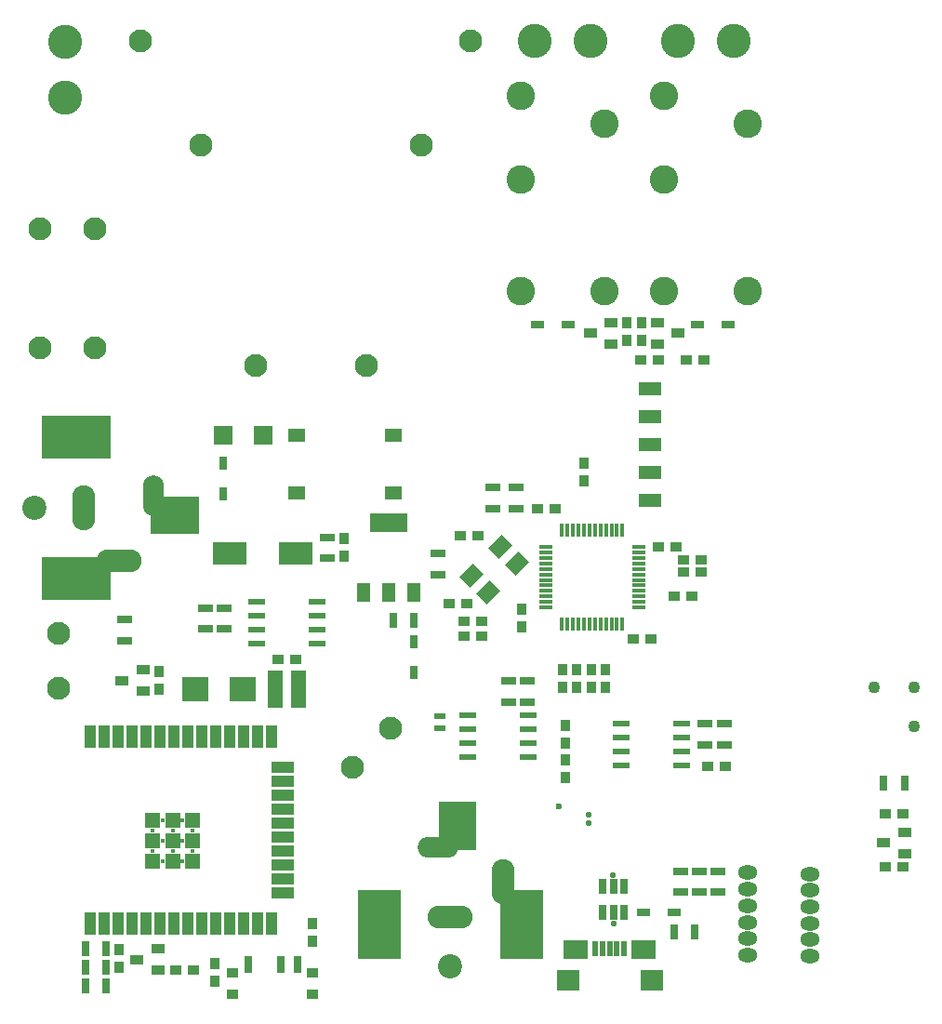
<source format=gts>
G04*
G04 #@! TF.GenerationSoftware,Altium Limited,Altium Designer,22.2.1 (43)*
G04*
G04 Layer_Color=8388736*
%FSLAX25Y25*%
%MOIN*%
G70*
G04*
G04 #@! TF.SameCoordinates,A0DC7013-DE40-4D07-A028-2F209A2C4820*
G04*
G04*
G04 #@! TF.FilePolarity,Negative*
G04*
G01*
G75*
%ADD21R,0.03150X0.05512*%
%ADD22R,0.04194X0.03494*%
%ADD23R,0.04724X0.03543*%
%ADD24R,0.03494X0.04194*%
%ADD25R,0.03150X0.06299*%
%ADD26R,0.04331X0.03543*%
%ADD27R,0.05630X0.05630*%
%ADD28R,0.03937X0.08268*%
%ADD29R,0.08268X0.03937*%
%ADD30R,0.17717X0.13386*%
%ADD31R,0.24803X0.15748*%
%ADD32R,0.05512X0.03150*%
%ADD33R,0.09252X0.08740*%
%ADD34R,0.06299X0.02362*%
%ADD35R,0.05512X0.13780*%
%ADD36R,0.13386X0.17717*%
%ADD37R,0.15748X0.24803*%
%ADD38R,0.07874X0.07480*%
%ADD39R,0.08661X0.06693*%
%ADD40R,0.01968X0.05709*%
%ADD41R,0.08268X0.04724*%
%ADD42R,0.04528X0.02559*%
%ADD43R,0.02559X0.04528*%
%ADD44R,0.06693X0.06693*%
%ADD45R,0.12205X0.08268*%
%ADD46R,0.05118X0.06693*%
%ADD47R,0.13386X0.06693*%
%ADD48R,0.02756X0.05748*%
G04:AMPARAMS|DCode=49|XSize=66.93mil|YSize=53.15mil|CornerRadius=0mil|HoleSize=0mil|Usage=FLASHONLY|Rotation=225.000|XOffset=0mil|YOffset=0mil|HoleType=Round|Shape=Rectangle|*
%AMROTATEDRECTD49*
4,1,4,0.00487,0.04245,0.04245,0.00487,-0.00487,-0.04245,-0.04245,-0.00487,0.00487,0.04245,0.0*
%
%ADD49ROTATEDRECTD49*%

%ADD50R,0.06496X0.05118*%
%ADD51R,0.01575X0.05118*%
%ADD52R,0.05118X0.01575*%
%ADD53R,0.04331X0.02362*%
%ADD54C,0.08268*%
%ADD55O,0.07087X0.05118*%
%ADD56C,0.04331*%
%ADD57C,0.00394*%
%ADD58C,0.01575*%
%ADD59C,0.08661*%
%ADD60O,0.08268X0.16142*%
%ADD61O,0.16142X0.08268*%
%ADD62O,0.07480X0.14567*%
%ADD63O,0.14567X0.07480*%
%ADD64C,0.10236*%
%ADD65C,0.12205*%
%ADD66C,0.02165*%
%ADD67C,0.02362*%
D21*
X317126Y79134D02*
D03*
X324606D02*
D03*
X30906Y6299D02*
D03*
X38386D02*
D03*
X30906Y12992D02*
D03*
X38386D02*
D03*
X30906Y19685D02*
D03*
X38386D02*
D03*
X141339Y137402D02*
D03*
X148819D02*
D03*
X249409Y25787D02*
D03*
X241929D02*
D03*
D22*
X317716Y67913D02*
D03*
X324016D02*
D03*
X317716Y48819D02*
D03*
X324016D02*
D03*
X69489Y12008D02*
D03*
X63189D02*
D03*
X100000Y123228D02*
D03*
X106300D02*
D03*
X252756Y230709D02*
D03*
X246456D02*
D03*
X236437D02*
D03*
X230137D02*
D03*
X253937Y85039D02*
D03*
X260237D02*
D03*
X236220Y163779D02*
D03*
X242520D02*
D03*
X245275Y158893D02*
D03*
X251575D02*
D03*
X245275Y154493D02*
D03*
X251575D02*
D03*
X242126Y145866D02*
D03*
X248426D02*
D03*
X227315Y130516D02*
D03*
X233615D02*
D03*
X166535Y131764D02*
D03*
X172835D02*
D03*
X166534Y137008D02*
D03*
X172834D02*
D03*
X161416Y143307D02*
D03*
X167717D02*
D03*
X165354Y167717D02*
D03*
X171653D02*
D03*
X199430Y177457D02*
D03*
X193130D02*
D03*
D23*
X324587Y53740D02*
D03*
Y61221D02*
D03*
X317146Y57480D02*
D03*
X56870Y12008D02*
D03*
Y19488D02*
D03*
X49429Y15748D02*
D03*
X44094Y115748D02*
D03*
X51535Y119488D02*
D03*
Y112008D02*
D03*
X236043Y243898D02*
D03*
Y236417D02*
D03*
X243484Y240158D02*
D03*
X219291Y236417D02*
D03*
Y243898D02*
D03*
X211850Y240158D02*
D03*
D24*
X112205Y22441D02*
D03*
Y28741D02*
D03*
X77165Y14174D02*
D03*
Y7874D02*
D03*
X42913Y19292D02*
D03*
Y12992D02*
D03*
X57480Y118898D02*
D03*
Y112598D02*
D03*
X230315Y237598D02*
D03*
Y243898D02*
D03*
X225020D02*
D03*
Y237598D02*
D03*
X123622Y160236D02*
D03*
Y166536D02*
D03*
X203150Y87402D02*
D03*
Y81102D02*
D03*
Y93307D02*
D03*
Y99607D02*
D03*
X217323Y119685D02*
D03*
Y113385D02*
D03*
X212205D02*
D03*
Y119685D02*
D03*
X207087Y113385D02*
D03*
Y119685D02*
D03*
X201969Y113385D02*
D03*
Y119685D02*
D03*
X187402Y141142D02*
D03*
Y134842D02*
D03*
X209646Y193505D02*
D03*
Y187205D02*
D03*
D25*
X89173Y13976D02*
D03*
X100984D02*
D03*
X106890D02*
D03*
D26*
X112402Y11024D02*
D03*
X83661D02*
D03*
X112402Y3150D02*
D03*
X83661D02*
D03*
D27*
X69429Y65492D02*
D03*
Y58268D02*
D03*
Y51043D02*
D03*
X62205Y65492D02*
D03*
Y58268D02*
D03*
Y51043D02*
D03*
X54980Y65492D02*
D03*
Y58268D02*
D03*
Y51043D02*
D03*
D28*
X32677Y95669D02*
D03*
X37677D02*
D03*
X42677D02*
D03*
X47677D02*
D03*
X52677D02*
D03*
X57677D02*
D03*
X62677D02*
D03*
X67677D02*
D03*
X72677D02*
D03*
X77677D02*
D03*
X82677D02*
D03*
X87677D02*
D03*
X92677D02*
D03*
X97677D02*
D03*
Y28740D02*
D03*
X92677D02*
D03*
X87677D02*
D03*
X82677D02*
D03*
X77677D02*
D03*
X72677D02*
D03*
X67677D02*
D03*
X62677D02*
D03*
X57677D02*
D03*
X52677D02*
D03*
X47677D02*
D03*
X42677D02*
D03*
X37677D02*
D03*
X32677D02*
D03*
D29*
X101614Y84705D02*
D03*
Y79705D02*
D03*
Y74705D02*
D03*
Y69705D02*
D03*
Y64705D02*
D03*
Y59705D02*
D03*
Y54705D02*
D03*
Y49705D02*
D03*
Y44705D02*
D03*
Y39705D02*
D03*
D30*
X62894Y175000D02*
D03*
D31*
X27657Y152165D02*
D03*
Y202953D02*
D03*
D32*
X44882Y137598D02*
D03*
Y130118D02*
D03*
X80709Y141732D02*
D03*
Y134252D02*
D03*
X74016Y141732D02*
D03*
Y134252D02*
D03*
X117717Y167126D02*
D03*
Y159646D02*
D03*
X189370Y115551D02*
D03*
Y108071D02*
D03*
X182677Y115551D02*
D03*
Y108071D02*
D03*
X244291Y39961D02*
D03*
Y47441D02*
D03*
X250984Y39961D02*
D03*
Y47441D02*
D03*
X257677Y39961D02*
D03*
Y47441D02*
D03*
X259842Y92716D02*
D03*
Y100197D02*
D03*
X253150Y92716D02*
D03*
Y100197D02*
D03*
X157283Y153740D02*
D03*
Y161221D02*
D03*
X176969Y177457D02*
D03*
Y184937D02*
D03*
X185272Y177457D02*
D03*
Y184937D02*
D03*
D33*
X70197Y112598D02*
D03*
X87402D02*
D03*
D34*
X92323Y129114D02*
D03*
Y134114D02*
D03*
Y139114D02*
D03*
Y144114D02*
D03*
X113976D02*
D03*
Y139114D02*
D03*
Y134114D02*
D03*
Y129114D02*
D03*
X189567Y103169D02*
D03*
Y98169D02*
D03*
Y93169D02*
D03*
Y88169D02*
D03*
X167913D02*
D03*
Y93169D02*
D03*
Y98169D02*
D03*
Y103169D02*
D03*
X244488Y100157D02*
D03*
Y95157D02*
D03*
Y90158D02*
D03*
Y85158D02*
D03*
X222835D02*
D03*
Y90158D02*
D03*
Y95157D02*
D03*
Y100157D02*
D03*
D35*
X99016Y112598D02*
D03*
X107283D02*
D03*
D36*
X164370Y63583D02*
D03*
D37*
X187205Y28346D02*
D03*
X136417D02*
D03*
D38*
X233858Y8465D02*
D03*
X203937D02*
D03*
D39*
X231102Y19203D02*
D03*
X206693D02*
D03*
D40*
X213779Y19685D02*
D03*
X216339D02*
D03*
X218898D02*
D03*
X221457D02*
D03*
X224016D02*
D03*
D41*
X233465Y220394D02*
D03*
Y210394D02*
D03*
Y200394D02*
D03*
Y190394D02*
D03*
Y180394D02*
D03*
D42*
X250394Y243307D02*
D03*
X261417D02*
D03*
X204153D02*
D03*
X193130D02*
D03*
X230906Y32677D02*
D03*
X241929D02*
D03*
D43*
X80315Y182677D02*
D03*
Y193701D02*
D03*
X148819Y129528D02*
D03*
Y118504D02*
D03*
D44*
X80315Y203543D02*
D03*
X94488D02*
D03*
D45*
X82677Y161417D02*
D03*
X106299D02*
D03*
D46*
X130709Y147244D02*
D03*
X139764D02*
D03*
X148819D02*
D03*
D47*
X139764Y172441D02*
D03*
D48*
X223917Y32776D02*
D03*
X220177D02*
D03*
X216437D02*
D03*
Y42028D02*
D03*
X220177D02*
D03*
X223917D02*
D03*
D49*
X179647Y163724D02*
D03*
X169347Y153424D02*
D03*
X185772Y157600D02*
D03*
X175471Y147299D02*
D03*
D50*
X141339Y183051D02*
D03*
Y203563D02*
D03*
X106693Y183051D02*
D03*
Y203563D02*
D03*
D51*
X201772Y169488D02*
D03*
X203740D02*
D03*
X205709D02*
D03*
X207677D02*
D03*
X209646D02*
D03*
X211614D02*
D03*
X213583D02*
D03*
X215551D02*
D03*
X217520D02*
D03*
X219488D02*
D03*
X221457D02*
D03*
X223425D02*
D03*
Y136024D02*
D03*
X221457D02*
D03*
X219488D02*
D03*
X217520D02*
D03*
X215551D02*
D03*
X213583D02*
D03*
X211614D02*
D03*
X209646D02*
D03*
X207677D02*
D03*
X205709D02*
D03*
X203740D02*
D03*
X201772D02*
D03*
D52*
X229331Y163583D02*
D03*
Y161614D02*
D03*
Y159646D02*
D03*
Y157677D02*
D03*
Y155709D02*
D03*
Y153740D02*
D03*
Y151772D02*
D03*
Y149803D02*
D03*
Y147835D02*
D03*
Y145866D02*
D03*
Y143898D02*
D03*
Y141929D02*
D03*
X195866D02*
D03*
Y143898D02*
D03*
Y145866D02*
D03*
Y147835D02*
D03*
Y149803D02*
D03*
Y151772D02*
D03*
Y153740D02*
D03*
Y155709D02*
D03*
Y157677D02*
D03*
Y159646D02*
D03*
Y161614D02*
D03*
Y163583D02*
D03*
D53*
X157874Y102953D02*
D03*
Y98622D02*
D03*
D54*
X92126Y228740D02*
D03*
X131496D02*
D03*
X72441Y307480D02*
D03*
X151181D02*
D03*
X21260Y132677D02*
D03*
Y112992D02*
D03*
X140424Y98692D02*
D03*
X126505Y84773D02*
D03*
X168898Y344882D02*
D03*
X50787D02*
D03*
X34252Y277559D02*
D03*
X14567D02*
D03*
X34252Y235039D02*
D03*
X14567D02*
D03*
D55*
X290551Y46457D02*
D03*
Y40551D02*
D03*
Y34646D02*
D03*
Y28740D02*
D03*
Y22835D02*
D03*
Y16929D02*
D03*
X268307Y17323D02*
D03*
Y23228D02*
D03*
Y29134D02*
D03*
Y35039D02*
D03*
Y40945D02*
D03*
Y46850D02*
D03*
D56*
X313779Y113386D02*
D03*
X327953D02*
D03*
Y99213D02*
D03*
D57*
X92126Y7087D02*
D03*
X103937D02*
D03*
D58*
X69429Y61880D02*
D03*
Y54655D02*
D03*
X65817Y65492D02*
D03*
Y58268D02*
D03*
Y51043D02*
D03*
X62205Y61880D02*
D03*
Y54655D02*
D03*
X58592Y65492D02*
D03*
Y58268D02*
D03*
Y51043D02*
D03*
X54980Y61880D02*
D03*
Y54655D02*
D03*
D59*
X12697Y177559D02*
D03*
X161811Y13386D02*
D03*
D60*
X30413Y177559D02*
D03*
X180709Y43701D02*
D03*
D61*
X43012Y158661D02*
D03*
X161811Y31102D02*
D03*
D62*
X55216Y181890D02*
D03*
D63*
X157480Y55905D02*
D03*
D64*
X238189Y325157D02*
D03*
X268189Y315158D02*
D03*
Y255157D02*
D03*
X238189Y295158D02*
D03*
Y255157D02*
D03*
X186969Y325157D02*
D03*
X216968Y315158D02*
D03*
Y255157D02*
D03*
X186969Y295158D02*
D03*
Y255157D02*
D03*
D65*
X243307Y344882D02*
D03*
X263307D02*
D03*
X191969D02*
D03*
X211968D02*
D03*
X23622Y344646D02*
D03*
Y324646D02*
D03*
D66*
X220079Y46063D02*
D03*
X220276Y28740D02*
D03*
X211221Y64713D02*
D03*
Y67681D02*
D03*
D67*
X200787Y70669D02*
D03*
M02*

</source>
